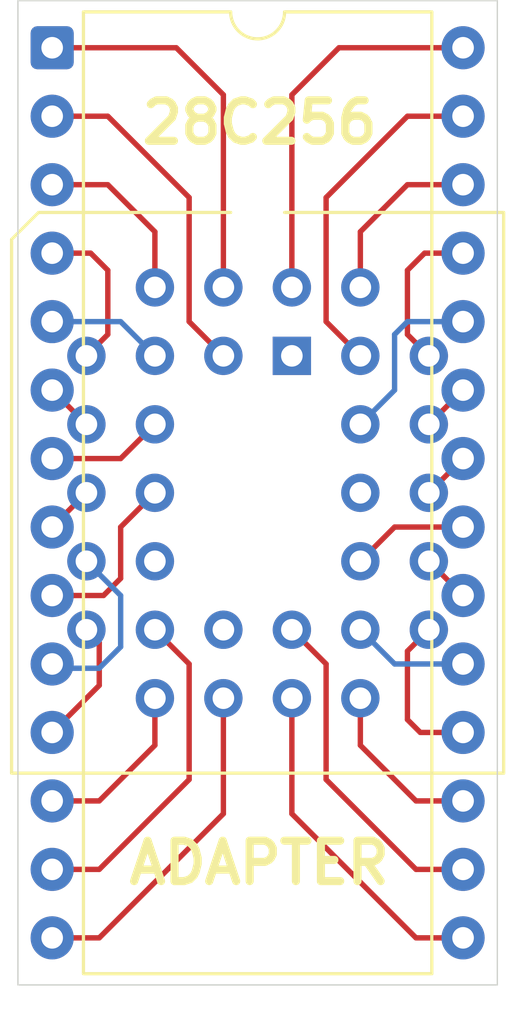
<source format=kicad_pcb>
(kicad_pcb (version 20241229) (generator "pcbnew") (generator_version "9.0")
  (layers (0 "F.Cu" signal) (2 "B.Cu" signal) (13 "F.Paste" user) (15 "B.Paste" user) (5 "F.SilkS" user "F.Silkscreen") (7 "B.SilkS" user "B.Silkscreen") (1 "F.Mask" user) (3 "B.Mask" user) (25 "Edge.Cuts" user))
  (net 0 "")
  (net 1 "GND")
  (net 2 "A1")
  (net 3 "A4")
  (net 4 "D0")
  (net 5 "A9")
  (net 6 "CS")
  (net 7 "A12")
  (net 8 "A8")
  (net 9 "WE")
  (net 10 "VCC")
  (net 11 "A7")
  (net 12 "D7")
  (net 13 "A14")
  (net 14 "D1")
  (net 15 "A3")
  (net 16 "A6")
  (net 17 "D6")
  (net 18 "A5")
  (net 19 "A13")
  (net 20 "D4")
  (net 21 "D3")
  (net 22 "D5")
  (net 23 "RD")
  (net 24 "D2")
  (net 25 "A2")
  (net 26 "A11")
  (net 27 "A10")
  (net 28 "A0")
  (footprint "Package_DIP:DIP-28_W15.24mm" (layer "F.Cu") (at 123.66625 77.62875)
    (property "Reference" "U1" (hide yes))
    (property "Value" "28C256")
    (fp_line (start 1.16 -1.33) (end 1.16 34.35) (stroke (width 0.12)) (layer "F.SilkS"))
    (fp_line (start 1.16 34.35) (end 14.08 34.35) (stroke (width 0.12)) (layer "F.SilkS"))
    (fp_line (start 6.62 -1.33) (end 1.16 -1.33) (stroke (width 0.12)) (layer "F.SilkS"))
    (fp_line (start 14.08 -1.33) (end 8.62 -1.33) (stroke (width 0.12)) (layer "F.SilkS"))
    (fp_line (start 14.08 34.35) (end 14.08 -1.33) (stroke (width 0.12)) (layer "F.SilkS"))
    (fp_arc (start 8.62 -1.33) (mid 7.62 -0.33) (end 6.62 -1.33) (stroke (width 0.12)) (layer "F.SilkS"))
    (pad "1" thru_hole roundrect (at 0 0) (size 1.6 1.6) (drill 0.8) (layers "*.Cu" "*.Mask") (roundrect_rratio 0.15625) (net 13 "A14"))
    (pad "2" thru_hole circle (at 0 2.54) (size 1.6 1.6) (drill 0.8) (layers "*.Cu" "*.Mask") (net 7 "A12"))
    (pad "3" thru_hole circle (at 0 5.08) (size 1.6 1.6) (drill 0.8) (layers "*.Cu" "*.Mask") (net 11 "A7"))
    (pad "4" thru_hole circle (at 0 7.62) (size 1.6 1.6) (drill 0.8) (layers "*.Cu" "*.Mask") (net 16 "A6"))
    (pad "5" thru_hole circle (at 0 10.16) (size 1.6 1.6) (drill 0.8) (layers "*.Cu" "*.Mask") (net 18 "A5"))
    (pad "6" thru_hole circle (at 0 12.7) (size 1.6 1.6) (drill 0.8) (layers "*.Cu" "*.Mask") (net 3 "A4"))
    (pad "7" thru_hole circle (at 0 15.24) (size 1.6 1.6) (drill 0.8) (layers "*.Cu" "*.Mask") (net 15 "A3"))
    (pad "8" thru_hole circle (at 0 17.78) (size 1.6 1.6) (drill 0.8) (layers "*.Cu" "*.Mask") (net 25 "A2"))
    (pad "9" thru_hole circle (at 0 20.32) (size 1.6 1.6) (drill 0.8) (layers "*.Cu" "*.Mask") (net 2 "A1"))
    (pad "10" thru_hole circle (at 0 22.86) (size 1.6 1.6) (drill 0.8) (layers "*.Cu" "*.Mask") (net 28 "A0"))
    (pad "11" thru_hole circle (at 0 25.4) (size 1.6 1.6) (drill 0.8) (layers "*.Cu" "*.Mask") (net 4 "D0"))
    (pad "12" thru_hole circle (at 0 27.94) (size 1.6 1.6) (drill 0.8) (layers "*.Cu" "*.Mask") (net 14 "D1"))
    (pad "13" thru_hole circle (at 0 30.48) (size 1.6 1.6) (drill 0.8) (layers "*.Cu" "*.Mask") (net 24 "D2"))
    (pad "14" thru_hole circle (at 0 33.02) (size 1.6 1.6) (drill 0.8) (layers "*.Cu" "*.Mask") (net 1 "GND"))
    (pad "15" thru_hole circle (at 15.24 33.02) (size 1.6 1.6) (drill 0.8) (layers "*.Cu" "*.Mask") (net 21 "D3"))
    (pad "16" thru_hole circle (at 15.24 30.48) (size 1.6 1.6) (drill 0.8) (layers "*.Cu" "*.Mask") (net 20 "D4"))
    (pad "17" thru_hole circle (at 15.24 27.94) (size 1.6 1.6) (drill 0.8) (layers "*.Cu" "*.Mask") (net 22 "D5"))
    (pad "18" thru_hole circle (at 15.24 25.4) (size 1.6 1.6) (drill 0.8) (layers "*.Cu" "*.Mask") (net 17 "D6"))
    (pad "19" thru_hole circle (at 15.24 22.86) (size 1.6 1.6) (drill 0.8) (layers "*.Cu" "*.Mask") (net 12 "D7"))
    (pad "20" thru_hole circle (at 15.24 20.32) (size 1.6 1.6) (drill 0.8) (layers "*.Cu" "*.Mask") (net 6 "CS"))
    (pad "21" thru_hole circle (at 15.24 17.78) (size 1.6 1.6) (drill 0.8) (layers "*.Cu" "*.Mask") (net 27 "A10"))
    (pad "22" thru_hole circle (at 15.24 15.24) (size 1.6 1.6) (drill 0.8) (layers "*.Cu" "*.Mask") (net 23 "RD"))
    (pad "23" thru_hole circle (at 15.24 12.7) (size 1.6 1.6) (drill 0.8) (layers "*.Cu" "*.Mask") (net 26 "A11"))
    (pad "24" thru_hole circle (at 15.24 10.16) (size 1.6 1.6) (drill 0.8) (layers "*.Cu" "*.Mask") (net 5 "A9"))
    (pad "25" thru_hole circle (at 15.24 7.62) (size 1.6 1.6) (drill 0.8) (layers "*.Cu" "*.Mask") (net 8 "A8"))
    (pad "26" thru_hole circle (at 15.24 5.08) (size 1.6 1.6) (drill 0.8) (layers "*.Cu" "*.Mask") (net 19 "A13"))
    (pad "27" thru_hole circle (at 15.24 2.54) (size 1.6 1.6) (drill 0.8) (layers "*.Cu" "*.Mask") (net 9 "WE"))
    (pad "28" thru_hole circle (at 15.24 0) (size 1.6 1.6) (drill 0.8) (layers "*.Cu" "*.Mask") (net 10 "VCC"))
  )
  (footprint "Package_LCC:PLCC-32_THT-Socket" (layer "F.Cu") (at 132.55625 89.05875)
    (property "Reference" "U2" (hide yes))
    (property "Value" "~" (hide yes))
    (fp_line (start -10.395 -4.32) (end -10.395 15.48) (stroke (width 0.12)) (layer "F.SilkS"))
    (fp_line (start -10.395 15.48) (end 7.855 15.48) (stroke (width 0.12)) (layer "F.SilkS"))
    (fp_line (start -9.395 -5.32) (end -10.395 -4.32) (stroke (width 0.12)) (layer "F.SilkS"))
    (fp_line (start -2.27 -5.32) (end -9.395 -5.32) (stroke (width 0.12)) (layer "F.SilkS"))
    (fp_line (start 7.855 -5.32) (end -0.27 -5.32) (stroke (width 0.12)) (layer "F.SilkS"))
    (fp_line (start 7.855 15.48) (end 7.855 -5.32) (stroke (width 0.12)) (layer "F.SilkS"))
    (pad "1" thru_hole rect (at 0 0) (size 1.4224 1.4224) (drill 0.8) (layers "*.Cu" "*.Mask"))
    (pad "2" thru_hole circle (at -2.54 -2.54) (size 1.4224 1.4224) (drill 0.8) (layers "*.Cu" "*.Mask") (net 13 "A14"))
    (pad "3" thru_hole circle (at -2.54 0) (size 1.4224 1.4224) (drill 0.8) (layers "*.Cu" "*.Mask") (net 7 "A12"))
    (pad "4" thru_hole circle (at -5.08 -2.54) (size 1.4224 1.4224) (drill 0.8) (layers "*.Cu" "*.Mask") (net 11 "A7"))
    (pad "5" thru_hole circle (at -7.62 0) (size 1.4224 1.4224) (drill 0.8) (layers "*.Cu" "*.Mask") (net 16 "A6"))
    (pad "6" thru_hole circle (at -5.08 0) (size 1.4224 1.4224) (drill 0.8) (layers "*.Cu" "*.Mask") (net 18 "A5"))
    (pad "7" thru_hole circle (at -7.62 2.54) (size 1.4224 1.4224) (drill 0.8) (layers "*.Cu" "*.Mask") (net 3 "A4"))
    (pad "8" thru_hole circle (at -5.08 2.54) (size 1.4224 1.4224) (drill 0.8) (layers "*.Cu" "*.Mask") (net 15 "A3"))
    (pad "9" thru_hole circle (at -7.62 5.08) (size 1.4224 1.4224) (drill 0.8) (layers "*.Cu" "*.Mask") (net 25 "A2"))
    (pad "10" thru_hole circle (at -5.08 5.08) (size 1.4224 1.4224) (drill 0.8) (layers "*.Cu" "*.Mask") (net 2 "A1"))
    (pad "11" thru_hole circle (at -7.62 7.62) (size 1.4224 1.4224) (drill 0.8) (layers "*.Cu" "*.Mask") (net 28 "A0"))
    (pad "12" thru_hole circle (at -5.08 7.62) (size 1.4224 1.4224) (drill 0.8) (layers "*.Cu" "*.Mask"))
    (pad "13" thru_hole circle (at -7.62 10.16) (size 1.4224 1.4224) (drill 0.8) (layers "*.Cu" "*.Mask") (net 4 "D0"))
    (pad "14" thru_hole circle (at -5.08 12.7) (size 1.4224 1.4224) (drill 0.8) (layers "*.Cu" "*.Mask") (net 14 "D1"))
    (pad "15" thru_hole circle (at -5.08 10.16) (size 1.4224 1.4224) (drill 0.8) (layers "*.Cu" "*.Mask") (net 24 "D2"))
    (pad "16" thru_hole circle (at -2.54 12.7) (size 1.4224 1.4224) (drill 0.8) (layers "*.Cu" "*.Mask") (net 1 "GND"))
    (pad "17" thru_hole circle (at -2.54 10.16) (size 1.4224 1.4224) (drill 0.8) (layers "*.Cu" "*.Mask"))
    (pad "18" thru_hole circle (at 0 12.7) (size 1.4224 1.4224) (drill 0.8) (layers "*.Cu" "*.Mask") (net 21 "D3"))
    (pad "19" thru_hole circle (at 0 10.16) (size 1.4224 1.4224) (drill 0.8) (layers "*.Cu" "*.Mask") (net 20 "D4"))
    (pad "20" thru_hole circle (at 2.54 12.7) (size 1.4224 1.4224) (drill 0.8) (layers "*.Cu" "*.Mask") (net 22 "D5"))
    (pad "21" thru_hole circle (at 5.08 10.16) (size 1.4224 1.4224) (drill 0.8) (layers "*.Cu" "*.Mask") (net 17 "D6"))
    (pad "22" thru_hole circle (at 2.54 10.16) (size 1.4224 1.4224) (drill 0.8) (layers "*.Cu" "*.Mask") (net 12 "D7"))
    (pad "23" thru_hole circle (at 5.08 7.62) (size 1.4224 1.4224) (drill 0.8) (layers "*.Cu" "*.Mask") (net 6 "CS"))
    (pad "24" thru_hole circle (at 2.54 7.62) (size 1.4224 1.4224) (drill 0.8) (layers "*.Cu" "*.Mask") (net 27 "A10"))
    (pad "25" thru_hole circle (at 5.08 5.08) (size 1.4224 1.4224) (drill 0.8) (layers "*.Cu" "*.Mask") (net 23 "RD"))
    (pad "26" thru_hole circle (at 2.54 5.08) (size 1.4224 1.4224) (drill 0.8) (layers "*.Cu" "*.Mask"))
    (pad "27" thru_hole circle (at 5.08 2.54) (size 1.4224 1.4224) (drill 0.8) (layers "*.Cu" "*.Mask") (net 26 "A11"))
    (pad "28" thru_hole circle (at 2.54 2.54) (size 1.4224 1.4224) (drill 0.8) (layers "*.Cu" "*.Mask") (net 5 "A9"))
    (pad "29" thru_hole circle (at 5.08 0) (size 1.4224 1.4224) (drill 0.8) (layers "*.Cu" "*.Mask") (net 8 "A8"))
    (pad "30" thru_hole circle (at 2.54 -2.54) (size 1.4224 1.4224) (drill 0.8) (layers "*.Cu" "*.Mask") (net 19 "A13"))
    (pad "31" thru_hole circle (at 2.54 0) (size 1.4224 1.4224) (drill 0.8) (layers "*.Cu" "*.Mask") (net 9 "WE"))
    (pad "32" thru_hole circle (at 0 -2.54) (size 1.4224 1.4224) (drill 0.8) (layers "*.Cu" "*.Mask") (net 10 "VCC"))
  )
  (gr_line (start 122.39625 112.395) (end 140.17625 112.395) (stroke (width 0.05)) (layer "Edge.Cuts"))
  (gr_line (start 140.17625 75.8825) (end 122.39625 75.8825) (stroke (width 0.05)) (layer "Edge.Cuts"))
  (gr_line (start 122.39625 75.8825) (end 122.39625 112.395) (stroke (width 0.05)) (layer "Edge.Cuts"))
  (gr_line (start 140.17625 112.395) (end 140.17625 75.8825) (stroke (width 0.05)) (layer "Edge.Cuts"))
  (gr_text "ADAPTER" (at 126.365 108.74375 0) (layer "F.SilkS") (effects (font (size 1.5 1.5) (thickness 0.3) (bold yes)) (justify left bottom)))
  (gr_text "28C256" (at 126.84125 81.28 0) (layer "F.SilkS") (effects (font (size 1.5 1.5) (thickness 0.3) (bold yes)) (justify left bottom)))
  (segment (start 130.01625 106.045) (end 125.4125 110.64875) (width 0.2) (layer "F.Cu") (net 1))
  (segment (start 125.4125 110.64875) (end 123.66625 110.64875) (width 0.2) (layer "F.Cu") (net 1))
  (segment (start 130.01625 101.75875) (end 130.01625 106.045) (width 0.2) (layer "F.Cu") (net 1))
  (segment (start 125.57125 97.94875) (end 123.66625 97.94875) (width 0.2) (layer "F.Cu") (net 2))
  (segment (start 126.20625 95.40875) (end 126.20625 97.31375) (width 0.2) (layer "F.Cu") (net 2))
  (segment (start 127.47625 94.13875) (end 126.20625 95.40875) (width 0.2) (layer "F.Cu") (net 2))
  (segment (start 126.20625 97.31375) (end 125.57125 97.94875) (width 0.2) (layer "F.Cu") (net 2))
  (segment (start 124.93625 91.59875) (end 123.66625 90.32875) (width 0.2) (layer "F.Cu") (net 3))
  (segment (start 125.4125 101.2825) (end 123.66625 103.02875) (width 0.2) (layer "F.Cu") (net 4))
  (segment (start 125.4125 99.695) (end 125.4125 101.2825) (width 0.2) (layer "F.Cu") (net 4))
  (segment (start 124.93625 99.21875) (end 125.4125 99.695) (width 0.2) (layer "F.Cu") (net 4))
  (segment (start 135.09625 91.59875) (end 136.36625 90.32875) (width 0.2) (layer "B.Cu") (net 5))
  (segment (start 136.36625 88.265) (end 136.8425 87.78875) (width 0.2) (layer "B.Cu") (net 5))
  (segment (start 136.36625 90.32875) (end 136.36625 88.265) (width 0.2) (layer "B.Cu") (net 5))
  (segment (start 136.8425 87.78875) (end 138.90625 87.78875) (width 0.2) (layer "B.Cu") (net 5))
  (segment (start 137.63625 96.67875) (end 138.90625 97.94875) (width 0.2) (layer "F.Cu") (net 6))
  (segment (start 128.74625 87.78875) (end 128.74625 83.185) (width 0.2) (layer "F.Cu") (net 7))
  (segment (start 125.73 80.16875) (end 123.66625 80.16875) (width 0.2) (layer "F.Cu") (net 7))
  (segment (start 130.01625 89.05875) (end 128.74625 87.78875) (width 0.2) (layer "F.Cu") (net 7))
  (segment (start 128.74625 83.185) (end 125.73 80.16875) (width 0.2) (layer "F.Cu") (net 7))
  (segment (start 136.8425 85.88375) (end 137.4775 85.24875) (width 0.2) (layer "F.Cu") (net 8))
  (segment (start 137.63625 89.05875) (end 136.8425 88.265) (width 0.2) (layer "F.Cu") (net 8))
  (segment (start 136.8425 88.265) (end 136.8425 85.88375) (width 0.2) (layer "F.Cu") (net 8))
  (segment (start 137.4775 85.24875) (end 138.90625 85.24875) (width 0.2) (layer "F.Cu") (net 8))
  (segment (start 133.82625 83.185) (end 136.8425 80.16875) (width 0.2) (layer "F.Cu") (net 9))
  (segment (start 133.82625 87.78875) (end 133.82625 83.185) (width 0.2) (layer "F.Cu") (net 9))
  (segment (start 135.09625 89.05875) (end 133.82625 87.78875) (width 0.2) (layer "F.Cu") (net 9))
  (segment (start 136.8425 80.16875) (end 138.90625 80.16875) (width 0.2) (layer "F.Cu") (net 9))
  (segment (start 134.3025 77.62875) (end 138.90625 77.62875) (width 0.2) (layer "F.Cu") (net 10))
  (segment (start 132.55625 86.51875) (end 132.55625 79.375) (width 0.2) (layer "F.Cu") (net 10))
  (segment (start 132.55625 79.375) (end 134.3025 77.62875) (width 0.2) (layer "F.Cu") (net 10))
  (segment (start 125.73 82.70875) (end 123.66625 82.70875) (width 0.2) (layer "F.Cu") (net 11))
  (segment (start 127.47625 86.51875) (end 127.47625 84.455) (width 0.2) (layer "F.Cu") (net 11))
  (segment (start 127.47625 84.455) (end 125.73 82.70875) (width 0.2) (layer "F.Cu") (net 11))
  (segment (start 136.36625 100.48875) (end 138.90625 100.48875) (width 0.2) (layer "B.Cu") (net 12))
  (segment (start 135.09625 99.21875) (end 136.36625 100.48875) (width 0.2) (layer "B.Cu") (net 12))
  (segment (start 130.01625 79.375) (end 128.27 77.62875) (width 0.2) (layer "F.Cu") (net 13))
  (segment (start 130.01625 86.51875) (end 130.01625 79.375) (width 0.2) (layer "F.Cu") (net 13))
  (segment (start 128.27 77.62875) (end 123.66625 77.62875) (width 0.2) (layer "F.Cu") (net 13))
  (segment (start 127.47625 101.75875) (end 127.47625 103.505) (width 0.2) (layer "F.Cu") (net 14))
  (segment (start 125.4125 105.56875) (end 123.66625 105.56875) (width 0.2) (layer "F.Cu") (net 14))
  (segment (start 127.47625 103.505) (end 125.4125 105.56875) (width 0.2) (layer "F.Cu") (net 14))
  (segment (start 126.20625 92.86875) (end 123.66625 92.86875) (width 0.2) (layer "F.Cu") (net 15))
  (segment (start 127.47625 91.59875) (end 126.20625 92.86875) (width 0.2) (layer "F.Cu") (net 15))
  (segment (start 124.93625 89.05875) (end 125.73 88.265) (width 0.2) (layer "F.Cu") (net 16))
  (segment (start 125.095 85.24875) (end 123.66625 85.24875) (width 0.2) (layer "F.Cu") (net 16))
  (segment (start 125.73 85.88375) (end 125.095 85.24875) (width 0.2) (layer "F.Cu") (net 16))
  (segment (start 125.73 88.265) (end 125.73 85.88375) (width 0.2) (layer "F.Cu") (net 16))
  (segment (start 136.8425 102.5525) (end 137.31875 103.02875) (width 0.2) (layer "F.Cu") (net 17))
  (segment (start 137.31875 103.02875) (end 138.90625 103.02875) (width 0.2) (layer "F.Cu") (net 17))
  (segment (start 136.8425 100.0125) (end 136.8425 102.5525) (width 0.2) (layer "F.Cu") (net 17))
  (segment (start 137.63625 99.21875) (end 136.8425 100.0125) (width 0.2) (layer "F.Cu") (net 17))
  (segment (start 127.47625 89.05875) (end 126.20625 87.78875) (width 0.2) (layer "B.Cu") (net 18))
  (segment (start 126.20625 87.78875) (end 123.66625 87.78875) (width 0.2) (layer "B.Cu") (net 18))
  (segment (start 135.09625 84.455) (end 136.8425 82.70875) (width 0.2) (layer "F.Cu") (net 19))
  (segment (start 136.8425 82.70875) (end 138.90625 82.70875) (width 0.2) (layer "F.Cu") (net 19))
  (segment (start 135.09625 86.51875) (end 135.09625 84.455) (width 0.2) (layer "F.Cu") (net 19))
  (segment (start 133.82625 100.48875) (end 133.82625 104.775) (width 0.2) (layer "F.Cu") (net 20))
  (segment (start 132.55625 99.21875) (end 133.82625 100.48875) (width 0.2) (layer "F.Cu") (net 20))
  (segment (start 137.16 108.10875) (end 138.90625 108.10875) (width 0.2) (layer "F.Cu") (net 20))
  (segment (start 133.82625 104.775) (end 137.16 108.10875) (width 0.2) (layer "F.Cu") (net 20))
  (segment (start 132.55625 101.75875) (end 132.55625 106.045) (width 0.2) (layer "F.Cu") (net 21))
  (segment (start 137.16 110.64875) (end 138.90625 110.64875) (width 0.2) (layer "F.Cu") (net 21))
  (segment (start 132.55625 106.045) (end 137.16 110.64875) (width 0.2) (layer "F.Cu") (net 21))
  (segment (start 137.16 105.56875) (end 138.90625 105.56875) (width 0.2) (layer "F.Cu") (net 22))
  (segment (start 135.09625 101.75875) (end 135.09625 103.505) (width 0.2) (layer "F.Cu") (net 22))
  (segment (start 135.09625 103.505) (end 137.16 105.56875) (width 0.2) (layer "F.Cu") (net 22))
  (segment (start 137.63625 94.13875) (end 138.90625 92.86875) (width 0.2) (layer "F.Cu") (net 23))
  (segment (start 128.74625 104.775) (end 125.4125 108.10875) (width 0.2) (layer "F.Cu") (net 24))
  (segment (start 127.47625 99.21875) (end 128.74625 100.48875) (width 0.2) (layer "F.Cu") (net 24))
  (segment (start 128.74625 100.48875) (end 128.74625 104.775) (width 0.2) (layer "F.Cu") (net 24))
  (segment (start 125.4125 108.10875) (end 123.66625 108.10875) (width 0.2) (layer "F.Cu") (net 24))
  (segment (start 124.93625 94.13875) (end 123.66625 95.40875) (width 0.2) (layer "F.Cu") (net 25))
  (segment (start 137.63625 91.59875) (end 138.90625 90.32875) (width 0.2) (layer "F.Cu") (net 26))
  (segment (start 136.36625 95.40875) (end 138.90625 95.40875) (width 0.2) (layer "F.Cu") (net 27))
  (segment (start 135.09625 96.67875) (end 136.36625 95.40875) (width 0.2) (layer "F.Cu") (net 27))
  (segment (start 126.20625 99.85375) (end 125.4125 100.6475) (width 0.2) (layer "B.Cu") (net 28))
  (segment (start 125.4125 100.6475) (end 123.825 100.6475) (width 0.2) (layer "B.Cu") (net 28))
  (segment (start 124.93625 96.67875) (end 126.20625 97.94875) (width 0.2) (layer "B.Cu") (net 28))
  (segment (start 126.20625 97.94875) (end 126.20625 99.85375) (width 0.2) (layer "B.Cu") (net 28))
  (segment (start 123.825 100.6475) (end 123.66625 100.48875) (width 0.2) (layer "B.Cu") (net 28))
)
</source>
